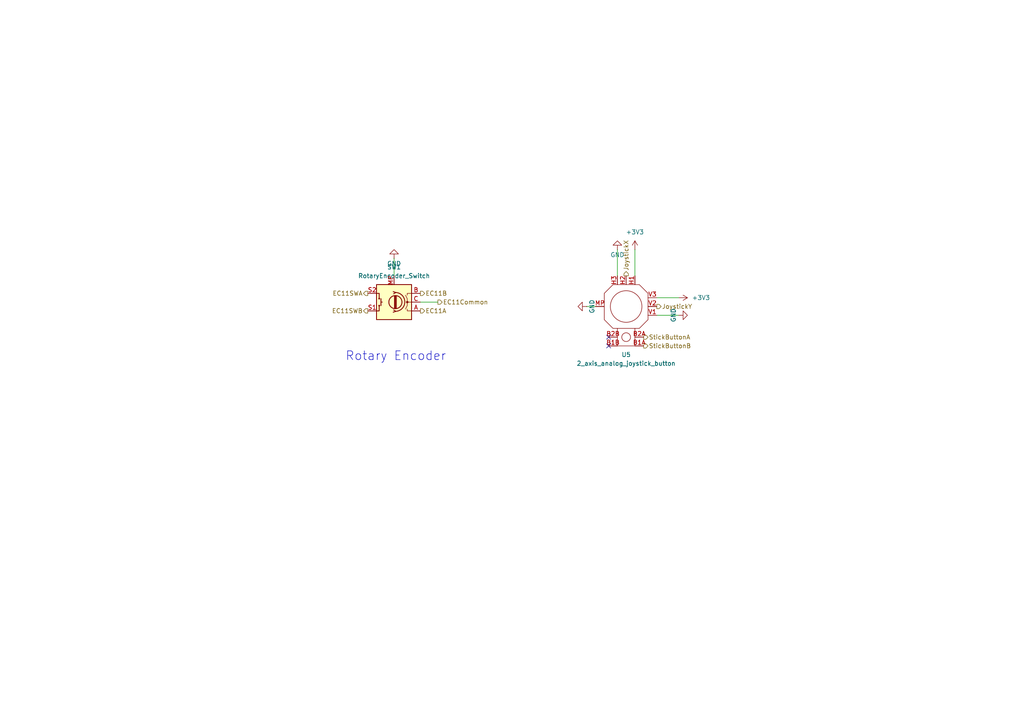
<source format=kicad_sch>
(kicad_sch (version 20231120) (generator "eeschema") (generator_version "8.0")
  (paper "A4")
  (lib_symbols
    (symbol "Device:RotaryEncoder_Switch" (pin_names (offset 0.254) hide)
      (property "Reference" "SW1" (at 0 -10.16 0))
      (property "Value" "RotaryEncoder_Switch" (at 0 -7.62 0))
      (symbol "RotaryEncoder_Switch_0_1"
        (rectangle (start -5.08 5.08) (end 5.08 -5.08) (stroke (width 0.254)) (fill (type background)))
        (circle (center -3.81 0) (radius 0.254) (fill (type outline)))
        (circle (center -0.381 0) (radius 1.905) (stroke (width 0.254)))
        (arc (start -0.381 2.667) (mid -3.0988 -0.0635) (end -0.381 -2.794) (stroke (width 0.254)))
        (polyline (pts (xy -0.635 -1.778) (xy -0.635 1.778)) (stroke (width 0.254)))
        (polyline (pts (xy -0.381 -1.778) (xy -0.381 1.778)) (stroke (width 0.254)))
        (polyline (pts (xy -0.127 1.778) (xy -0.127 -1.778)) (stroke (width 0.254)))
        (polyline (pts (xy 3.81 0) (xy 3.429 0)) (stroke (width 0.254)))
        (polyline (pts (xy 3.81 1.016) (xy 3.81 -1.016)) (stroke (width 0.254)))
        (polyline (pts (xy -5.08 -2.54) (xy -3.81 -2.54) (xy -3.81 -2.032)))
        (polyline (pts (xy -5.08 2.54) (xy -3.81 2.54) (xy -3.81 2.032)))
        (polyline (pts (xy 0.254 -3.048) (xy -0.508 -2.794) (xy 0.127 -2.413)) (stroke (width 0.254)))
        (polyline (pts (xy 0.254 2.921) (xy -0.508 2.667) (xy 0.127 2.286)) (stroke (width 0.254)))
        (polyline (pts (xy 5.08 -2.54) (xy 4.318 -2.54) (xy 4.318 -1.016)) (stroke (width 0.254)))
        (polyline (pts (xy 5.08 2.54) (xy 4.318 2.54) (xy 4.318 1.016)) (stroke (width 0.254)))
        (polyline (pts (xy -5.08 0) (xy -3.81 0) (xy -3.81 -1.016) (xy -3.302 -2.032)))
        (polyline (pts (xy -4.318 0) (xy -3.81 0) (xy -3.81 1.016) (xy -3.302 2.032)))
        (circle (center 4.318 -1.016) (radius 0.127) (stroke (width 0.254)))
        (circle (center 4.318 1.016) (radius 0.127) (stroke (width 0.254)))
      )
      (symbol "RotaryEncoder_Switch_1_1"
        (pin passive line (at -7.62 2.54 0) (length 2.54) (name "A") (number "A"))
        (pin passive line (at -7.62 -2.54 0) (length 2.54) (name "B") (number "B"))
        (pin passive line (at -7.62 0 0) (length 2.54) (name "C") (number "C"))
        (pin input line (at 0 -7.62 90) (length 2.54) (name "MP") (number "MP"))
        (pin passive line (at 7.62 2.54 180) (length 2.54) (name "S1") (number "S1"))
        (pin passive line (at 7.62 -2.54 180) (length 2.54) (name "S2") (number "S2"))
      )
    )
    (symbol "custom_Interface_HID:2_axis_analog_joystick_button"
      (property "Reference" "U" (at 0.254 -0.254 0))
      (property "Value" "2_axis_analog_joystick_button" (at 0 15.24 0))
      (symbol "2_axis_analog_joystick_button_0_1"
        (circle (center 0 -8.89) (radius 1.27))
        (polyline (pts (xy -2.54 -6.35) (xy -2.54 -11.43) (xy 2.54 -11.43) (xy 2.54 -6.35)))
        (polyline (pts (xy 3.81 6.35) (xy 6.35 3.81) (xy 6.35 -3.81) (xy 3.81 -6.35) (xy -3.81 -6.35) (xy -6.35 -3.81) (xy -6.35 3.81) (xy -3.81 6.35) (xy 3.81 6.35)))
        (circle (center 0 0) (radius 4.5791))
      )
      (symbol "2_axis_analog_joystick_button_1_1"
        (pin passive line (at 5.08 -11.43 180) (length 2.54) (name "B1A") (number "B1A"))
        (pin passive line (at -5.08 -11.43 0) (length 2.54) (name "B1B") (number "B1B"))
        (pin passive line (at 5.08 -8.89 180) (length 2.54) (name "B2A") (number "B2A"))
        (pin passive line (at -5.08 -8.89 0) (length 2.54) (name "B2B") (number "B2B"))
        (pin passive line (at 2.54 8.89 270) (length 2.54) (name "H1") (number "H1"))
        (pin passive line (at 0 8.89 270) (length 2.54) (name "H2") (number "H2"))
        (pin passive line (at -2.54 8.89 270) (length 2.54) (name "H3") (number "H3"))
        (pin passive line (at -8.89 0 0) (length 2.54) (name "MP") (number "MP"))
        (pin passive line (at 8.89 -2.54 180) (length 2.54) (name "V1") (number "V1"))
        (pin passive line (at 8.89 0 180) (length 2.54) (name "V2") (number "V2"))
        (pin passive line (at 8.89 2.54 180) (length 2.54) (name "V3") (number "V3"))
      )
    )
    (symbol "power:+3V3" (power) (pin_numbers hide) (pin_names (offset 0) hide)
      (property "Value" "+3V3" (at 0 3.556 0))
      (symbol "+3V3_0_1"
        (polyline (pts (xy -0.762 1.27) (xy 0 2.54)))
        (polyline (pts (xy 0 0) (xy 0 2.54)))
        (polyline (pts (xy 0 2.54) (xy 0.762 1.27)))
      )
      (symbol "+3V3_1_1"
        (pin power_in line (at 0 0 90) (length 0) (name "~") (number "1"))
      )
    )
    (symbol "power:GND" (power) (pin_numbers hide) (pin_names (offset 0) hide)
      (property "Value" "GND" (at 0 -3.81 0))
      (symbol "GND_0_1"
        (polyline (pts (xy 0 0) (xy 0 -1.27) (xy 1.27 -1.27) (xy 0 -2.54) (xy -1.27 -1.27) (xy 0 -1.27)))
      )
      (symbol "GND_1_1"
        (pin power_in line (at 0 0 270) (length 0) (name "~") (number "1"))
      )
    )
  )
  (no_connect (at 176.53 100.33))
  (no_connect (at 176.53 97.79))
  (wire (pts (xy 170.18 88.9) (xy 172.72 88.9)))
  (wire (pts (xy 179.07 72.39) (xy 179.07 80.01)))
  (wire (pts (xy 190.5 86.36) (xy 196.85 86.36)))
  (wire (pts (xy 190.5 91.44) (xy 196.85 91.44)))
  (wire (pts (xy 127 87.63) (xy 121.92 87.63)))
  (wire (pts (xy 184.15 72.39) (xy 184.15 80.01)))
  (wire (pts (xy 114.3 74.93) (xy 114.3 80.01)))
  (text "Rotary Encoder" (at 114.808 103.378 0) (effects (font (size 2.54 2.54))))
  (hierarchical_label "EC11SWA" (shape output) (at 106.68 85.09 180))
  (hierarchical_label "StickButtonB" (shape output) (at 186.69 100.33 0))
  (hierarchical_label "EC11SWB" (shape output) (at 106.68 90.17 180))
  (hierarchical_label "JoystickX" (shape output) (at 181.61 80.01 90))
  (hierarchical_label "JoystickY" (shape output) (at 190.5 88.9 0))
  (hierarchical_label "EC11A" (shape output) (at 121.92 90.17 0))
  (hierarchical_label "EC11B" (shape output) (at 121.92 85.09 0))
  (hierarchical_label "StickButtonA" (shape output) (at 186.69 97.79 0))
  (hierarchical_label "EC11Common" (shape output) (at 127 87.63 0))
  (symbol (lib_id "power:+3V3") (at 184.15 72.39 0) (unit 1)
    (property "Reference" "#PWR08" (effects (hide yes)))
    (property "Value" "+3V3" (at 184.15 67.31 0))
    (property "Description" "Power symbol creates a global label with name \"+3V3\"" (effects (hide yes)))
  )
  (symbol (lib_id "custom_Interface_HID:2_axis_analog_joystick_button") (at 181.61 88.9 0) (unit 1)
    (property "Reference" "U5" (at 181.61 102.87 0))
    (property "Value" "2_axis_analog_joystick_button" (at 181.61 105.41 0))
    (property "Footprint" "custom_Interface_HID:Adafruit 2-Axis joystick" (effects (hide yes)))
  )
  (symbol (lib_id "power:GND") (at 170.18 88.9 270) (unit 1)
    (property "Reference" "#PWR011" (effects (hide yes)))
    (property "Value" "GND" (at 171.704 88.9 0))
    (property "Description" "Power symbol creates a global label with name \"GND\" , ground" (effects (hide yes)))
  )
  (symbol (lib_id "Device:RotaryEncoder_Switch") (at 114.3 87.63 180) (unit 1)
    (property "Reference" "SW1" (at 114.3 77.47 0))
    (property "Value" "RotaryEncoder_Switch" (at 114.3 80.01 0))
    (property "Footprint" "Rotary_Encoder:RotaryEncoder_Alps_EC11E-Switch_Vertical_H20mm" (effects (hide yes)))
    (property "Description" "Rotary encoder, dual channel, incremental quadrate outputs, with switch" (effects (hide yes)))
  )
  (symbol (lib_id "power:GND") (at 196.85 91.44 90) (unit 1)
    (property "Reference" "#PWR09" (effects (hide yes)))
    (property "Value" "GND" (at 195.326 91.44 0))
    (property "Description" "Power symbol creates a global label with name \"GND\" , ground" (effects (hide yes)))
  )
  (symbol (lib_id "power:+3V3") (at 196.85 86.36 270) (unit 1)
    (property "Reference" "#PWR010" (effects (hide yes)))
    (property "Value" "+3V3" (at 200.66 86.3599 90) (effects (justify left)))
    (property "Description" "Power symbol creates a global label with name \"+3V3\"" (effects (hide yes)))
  )
  (symbol (lib_id "power:GND") (at 114.3 74.93 180) (unit 1)
    (property "Reference" "#PWR012" (effects (hide yes)))
    (property "Value" "GND" (at 114.3 76.454 0))
    (property "Description" "Power symbol creates a global label with name \"GND\" , ground" (effects (hide yes)))
  )
  (symbol (lib_id "power:GND") (at 179.07 72.39 180) (unit 1)
    (property "Reference" "#PWR03" (effects (hide yes)))
    (property "Value" "GND" (at 179.07 73.914 0))
    (property "Description" "Power symbol creates a global label with name \"GND\" , ground" (effects (hide yes)))
  )
)
</source>
